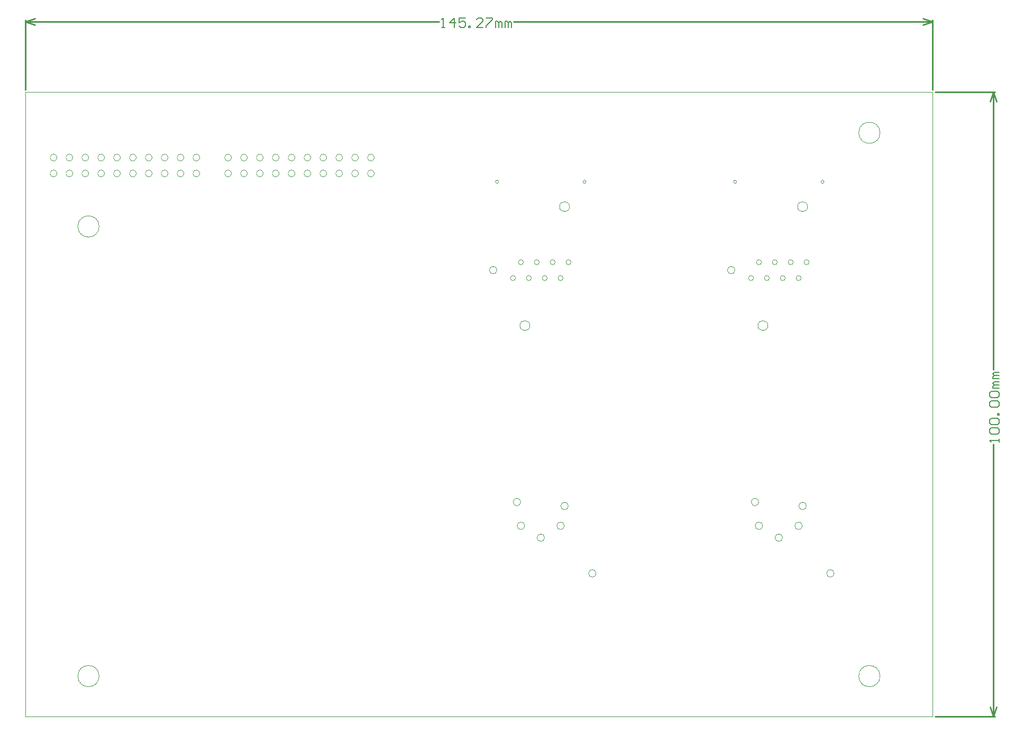
<source format=gm1>
G04*
G04 #@! TF.GenerationSoftware,Altium Limited,Altium Designer,24.5.2 (23)*
G04*
G04 Layer_Color=16711935*
%FSLAX44Y44*%
%MOMM*%
G71*
G04*
G04 #@! TF.SameCoordinates,BE5CC84F-6731-4C53-AAD9-C32198600D17*
G04*
G04*
G04 #@! TF.FilePolarity,Positive*
G04*
G01*
G75*
%ADD48C,0.2540*%
%ADD75C,0.0127*%
%ADD76C,0.1524*%
D48*
X1549908Y1000000D02*
X1554988Y984760D01*
X1544828D02*
X1549908Y1000000D01*
X1544828Y15240D02*
X1549908Y0D01*
X1554988Y15240D01*
X1549908Y555862D02*
Y1000000D01*
Y0D02*
Y436010D01*
X1456510Y1000000D02*
X1552448D01*
X1456510Y0D02*
X1552448D01*
X0Y1112774D02*
X15240Y1117854D01*
X0Y1112774D02*
X15240Y1107694D01*
X1437460D02*
X1452700Y1112774D01*
X1437460Y1117854D02*
X1452700Y1112774D01*
X0D02*
X662360D01*
X782212D02*
X1452700D01*
X0Y1003810D02*
Y1115314D01*
X1452700Y1003810D02*
Y1115314D01*
D75*
X1368350Y935000D02*
G03*
X1368350Y935000I-17000J0D01*
G01*
Y65000D02*
G03*
X1368350Y65000I-17000J0D01*
G01*
X118350D02*
G03*
X118350Y65000I-17000J0D01*
G01*
Y785000D02*
G03*
X118350Y785000I-17000J0D01*
G01*
X1250400Y337450D02*
G03*
X1250400Y337450I-6000J0D01*
G01*
X913850Y229500D02*
G03*
X913850Y229500I-6000J0D01*
G01*
X793200Y343800D02*
G03*
X793200Y343800I-6000J0D01*
G01*
X799550Y305700D02*
G03*
X799550Y305700I-6000J0D01*
G01*
X1244050D02*
G03*
X1244050Y305700I-6000J0D01*
G01*
X1212300Y286650D02*
G03*
X1212300Y286650I-6000J0D01*
G01*
X1180550Y305700D02*
G03*
X1180550Y305700I-6000J0D01*
G01*
X1174200Y343800D02*
G03*
X1174200Y343800I-6000J0D01*
G01*
X831300Y286650D02*
G03*
X831300Y286650I-6000J0D01*
G01*
X863050Y305700D02*
G03*
X863050Y305700I-6000J0D01*
G01*
X869400Y337450D02*
G03*
X869400Y337450I-6000J0D01*
G01*
X1294850Y229500D02*
G03*
X1294850Y229500I-6000J0D01*
G01*
X1178550Y727750D02*
G03*
X1178550Y727750I-4000J0D01*
G01*
X897800Y856550D02*
G03*
X897800Y856550I-2500J0D01*
G01*
X784850Y702350D02*
G03*
X784850Y702350I-4000J0D01*
G01*
X810250D02*
G03*
X810250Y702350I-4000J0D01*
G01*
X835650D02*
G03*
X835650Y702350I-4000J0D01*
G01*
X861050D02*
G03*
X861050Y702350I-4000J0D01*
G01*
X807900Y626150D02*
G03*
X807900Y626150I-8000J0D01*
G01*
X871400Y816650D02*
G03*
X871400Y816650I-8000J0D01*
G01*
X757800Y856550D02*
G03*
X757800Y856550I-2500J0D01*
G01*
X755100Y715050D02*
G03*
X755100Y715050I-6000J0D01*
G01*
X1191250Y702350D02*
G03*
X1191250Y702350I-4000J0D01*
G01*
X1216650D02*
G03*
X1216650Y702350I-4000J0D01*
G01*
X1242050D02*
G03*
X1242050Y702350I-4000J0D01*
G01*
X1188900Y626150D02*
G03*
X1188900Y626150I-8000J0D01*
G01*
X1203950Y727750D02*
G03*
X1203950Y727750I-4000J0D01*
G01*
X1229350D02*
G03*
X1229350Y727750I-4000J0D01*
G01*
X1254750D02*
G03*
X1254750Y727750I-4000J0D01*
G01*
X1165850Y702350D02*
G03*
X1165850Y702350I-4000J0D01*
G01*
X1278800Y856550D02*
G03*
X1278800Y856550I-2500J0D01*
G01*
X1136100Y715050D02*
G03*
X1136100Y715050I-6000J0D01*
G01*
X1138800Y856550D02*
G03*
X1138800Y856550I-2500J0D01*
G01*
X1252400Y816650D02*
G03*
X1252400Y816650I-8000J0D01*
G01*
X797550Y727750D02*
G03*
X797550Y727750I-4000J0D01*
G01*
X822950D02*
G03*
X822950Y727750I-4000J0D01*
G01*
X848350D02*
G03*
X848350Y727750I-4000J0D01*
G01*
X873750D02*
G03*
X873750Y727750I-4000J0D01*
G01*
X533556Y895245D02*
G03*
X533556Y895245I-5500J0D01*
G01*
X508156Y869845D02*
G03*
X508156Y869845I-5500J0D01*
G01*
Y895245D02*
G03*
X508156Y895245I-5500J0D01*
G01*
X482756Y869845D02*
G03*
X482756Y869845I-5500J0D01*
G01*
X558956D02*
G03*
X558956Y869845I-5500J0D01*
G01*
Y895245D02*
G03*
X558956Y895245I-5500J0D01*
G01*
X533556Y869845D02*
G03*
X533556Y869845I-5500J0D01*
G01*
X203356Y895245D02*
G03*
X203356Y895245I-5500J0D01*
G01*
X177956Y869845D02*
G03*
X177956Y869845I-5500J0D01*
G01*
Y895245D02*
G03*
X177956Y895245I-5500J0D01*
G01*
X152556Y869845D02*
G03*
X152556Y869845I-5500J0D01*
G01*
X254156Y895245D02*
G03*
X254156Y895245I-5500J0D01*
G01*
X228756Y869845D02*
G03*
X228756Y869845I-5500J0D01*
G01*
Y895245D02*
G03*
X228756Y895245I-5500J0D01*
G01*
X203356Y869845D02*
G03*
X203356Y869845I-5500J0D01*
G01*
X101756Y895245D02*
G03*
X101756Y895245I-5500J0D01*
G01*
X76356Y869845D02*
G03*
X76356Y869845I-5500J0D01*
G01*
Y895245D02*
G03*
X76356Y895245I-5500J0D01*
G01*
X50956Y869845D02*
G03*
X50956Y869845I-5500J0D01*
G01*
X152556Y895245D02*
G03*
X152556Y895245I-5500J0D01*
G01*
X127156Y869845D02*
G03*
X127156Y869845I-5500J0D01*
G01*
Y895245D02*
G03*
X127156Y895245I-5500J0D01*
G01*
X101756Y869845D02*
G03*
X101756Y869845I-5500J0D01*
G01*
X431956Y895245D02*
G03*
X431956Y895245I-5500J0D01*
G01*
X406556Y869845D02*
G03*
X406556Y869845I-5500J0D01*
G01*
Y895245D02*
G03*
X406556Y895245I-5500J0D01*
G01*
X381156Y869845D02*
G03*
X381156Y869845I-5500J0D01*
G01*
X482756Y895245D02*
G03*
X482756Y895245I-5500J0D01*
G01*
X457356Y869845D02*
G03*
X457356Y869845I-5500J0D01*
G01*
Y895245D02*
G03*
X457356Y895245I-5500J0D01*
G01*
X431956Y869845D02*
G03*
X431956Y869845I-5500J0D01*
G01*
X330356Y895245D02*
G03*
X330356Y895245I-5500J0D01*
G01*
X279556Y869845D02*
G03*
X279556Y869845I-5500J0D01*
G01*
Y895245D02*
G03*
X279556Y895245I-5500J0D01*
G01*
X254156Y869845D02*
G03*
X254156Y869845I-5500J0D01*
G01*
X381156Y895245D02*
G03*
X381156Y895245I-5500J0D01*
G01*
X355756Y869845D02*
G03*
X355756Y869845I-5500J0D01*
G01*
Y895245D02*
G03*
X355756Y895245I-5500J0D01*
G01*
X330356Y869845D02*
G03*
X330356Y869845I-5500J0D01*
G01*
X50956Y895245D02*
G03*
X50956Y895245I-5500J0D01*
G01*
X0Y0D02*
X1452700D01*
Y1000000D01*
X0D02*
X1452700D01*
X0Y0D02*
Y1000000D01*
D76*
X1559050Y440074D02*
Y445152D01*
Y442613D01*
X1543815D01*
X1546354Y440074D01*
Y452770D02*
X1543815Y455309D01*
Y460387D01*
X1546354Y462927D01*
X1556510D01*
X1559050Y460387D01*
Y455309D01*
X1556510Y452770D01*
X1546354D01*
Y468005D02*
X1543815Y470544D01*
Y475623D01*
X1546354Y478162D01*
X1556510D01*
X1559050Y475623D01*
Y470544D01*
X1556510Y468005D01*
X1546354D01*
X1559050Y483240D02*
X1556510D01*
Y485779D01*
X1559050D01*
Y483240D01*
X1546354Y495936D02*
X1543815Y498475D01*
Y503554D01*
X1546354Y506093D01*
X1556510D01*
X1559050Y503554D01*
Y498475D01*
X1556510Y495936D01*
X1546354D01*
Y511171D02*
X1543815Y513710D01*
Y518789D01*
X1546354Y521328D01*
X1556510D01*
X1559050Y518789D01*
Y513710D01*
X1556510Y511171D01*
X1546354D01*
X1559050Y526406D02*
X1548893D01*
Y528945D01*
X1551432Y531484D01*
X1559050D01*
X1551432D01*
X1548893Y534024D01*
X1551432Y536563D01*
X1559050D01*
Y541641D02*
X1548893D01*
Y544180D01*
X1551432Y546720D01*
X1559050D01*
X1551432D01*
X1548893Y549259D01*
X1551432Y551798D01*
X1559050D01*
X666424Y1103633D02*
X671502D01*
X668963D01*
Y1118867D01*
X666424Y1116328D01*
X686738Y1103633D02*
Y1118867D01*
X679120Y1111250D01*
X689277D01*
X704512Y1118867D02*
X694355D01*
Y1111250D01*
X699433Y1113789D01*
X701973D01*
X704512Y1111250D01*
Y1106172D01*
X701973Y1103633D01*
X696894D01*
X694355Y1106172D01*
X709590Y1103633D02*
Y1106172D01*
X712129D01*
Y1103633D01*
X709590D01*
X732443D02*
X722286D01*
X732443Y1113789D01*
Y1116328D01*
X729903Y1118867D01*
X724825D01*
X722286Y1116328D01*
X737521Y1118867D02*
X747678D01*
Y1116328D01*
X737521Y1106172D01*
Y1103633D01*
X752756D02*
Y1113789D01*
X755295D01*
X757834Y1111250D01*
Y1103633D01*
Y1111250D01*
X760374Y1113789D01*
X762913Y1111250D01*
Y1103633D01*
X767991D02*
Y1113789D01*
X770530D01*
X773070Y1111250D01*
Y1103633D01*
Y1111250D01*
X775609Y1113789D01*
X778148Y1111250D01*
Y1103633D01*
M02*

</source>
